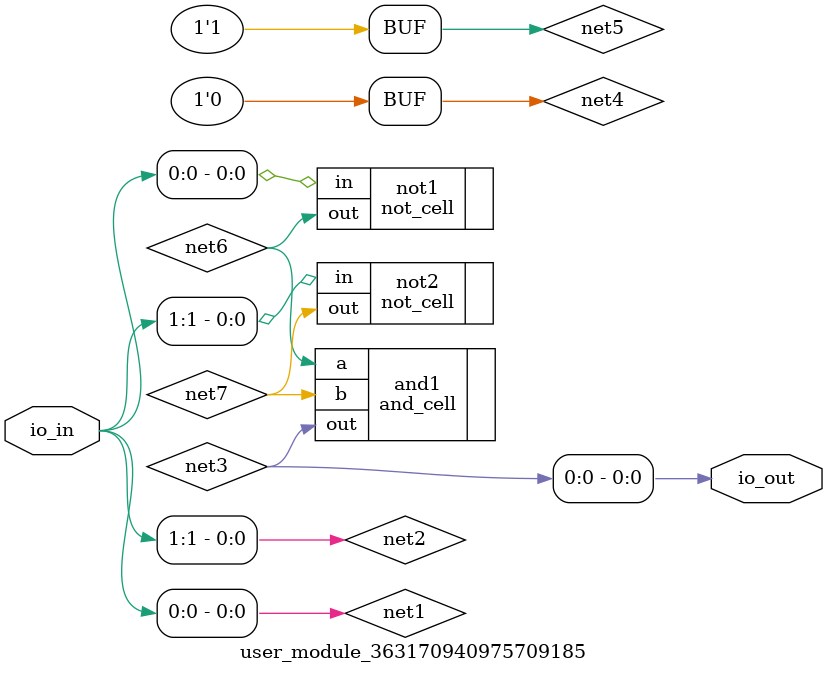
<source format=v>
/* Automatically generated from https://wokwi.com/projects/363170940975709185 */

`default_nettype none

module user_module_363170940975709185(
  input [7:0] io_in,
  output [7:0] io_out
);
  wire net1 = io_in[0];
  wire net2 = io_in[1];
  wire net3;
  wire net4 = 1'b0;
  wire net5 = 1'b1;
  wire net6;
  wire net7;

  assign io_out[0] = net3;

  and_cell and1 (
    .a (net6),
    .b (net7),
    .out (net3)
  );
  not_cell not1 (
    .in (net1),
    .out (net6)
  );
  not_cell not2 (
    .in (net2),
    .out (net7)
  );
endmodule

</source>
